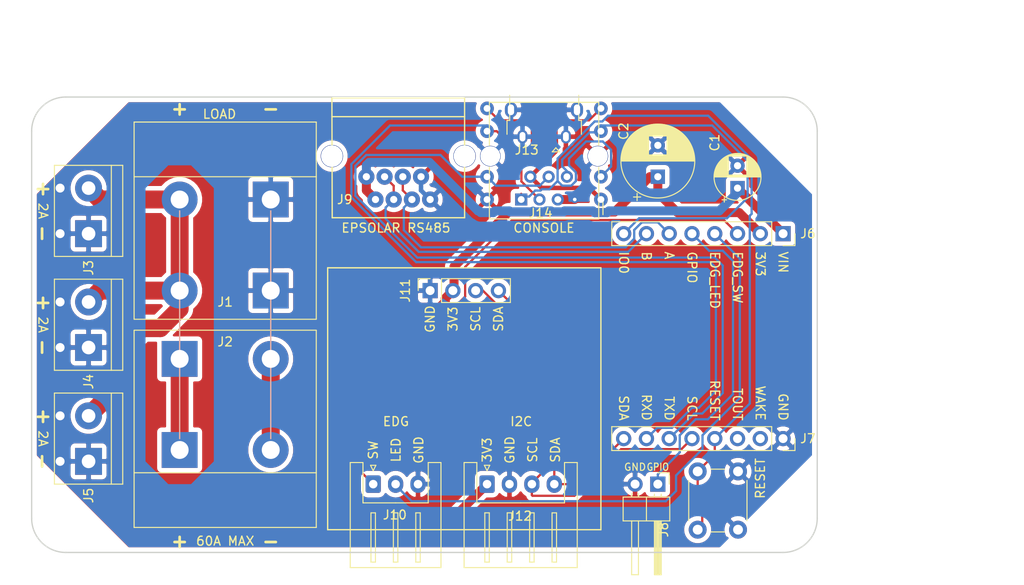
<source format=kicad_pcb>
(kicad_pcb (version 20171130) (host pcbnew 5.1.0)
  (layers (0 F.Cu signal) (31 B.Cu signal) (34 B.Paste user) (35 F.Paste user) (36 B.SilkS user) (37 F.SilkS user) (38 B.Mask user) (39 F.Mask user) (44 Edge.Cuts user))
  (net 0 "")
  (net 1 "Net-(J2-Pad2)")
  (net 2 "Net-(J2-Pad1)")
  (net 3 GND)
  (net 4 /LOADPLUS)
  (net 5 /VIN)
  (net 6 /3V3)
  (net 7 /EDG_SW)
  (net 8 /EDG_LED)
  (net 9 /SDA)
  (net 10 /SCL)
  (net 11 /RESET)
  (net 12 /IO0)
  (net 13 /RXD)
  (net 14 /TXD)
  (net 15 /VBUS)
  (net 16 /D+)
  (net 17 /D-)
  (net 18 /GPIO)
  (net 19 /B)
  (net 20 /A)
  (module lib:RJ45 (layer F.Cu) (at 159.004 93.98 180)
    (fp_text reference J9 (at 5.969 -2.54 180) (layer F.SilkS))
    (fp_text value RJ45)
    (pad 1 thru_hole circle (at 3.556 0 180) (size 1.8 1.8) (drill 0.8) (layers *.Cu *.Mask) (net 5 /VIN))
    (pad 2 thru_hole circle (at 2.54 -2.54 180) (size 1.8 1.8) (drill 0.8) (layers *.Cu *.Mask) (net 5 /VIN))
    (pad 3 thru_hole circle (at 1.524 0 180) (size 1.8 1.8) (drill 0.8) (layers *.Cu *.Mask) (net 19 /B))
    (pad 4 thru_hole circle (at 0.508 -2.54 180) (size 1.8 1.8) (drill 0.8) (layers *.Cu *.Mask) (net 19 /B))
    (pad 5 thru_hole circle (at -0.508 0 180) (size 1.8 1.8) (drill 0.8) (layers *.Cu *.Mask) (net 20 /A))
    (pad 6 thru_hole circle (at -1.524 -2.54 180) (size 1.8 1.8) (drill 0.8) (layers *.Cu *.Mask) (net 20 /A))
    (pad 7 thru_hole circle (at -2.54 0 180) (size 1.8 1.8) (drill 0.8) (layers *.Cu *.Mask) (net 3 GND))
    (pad 8 thru_hole circle (at -3.556 -2.54 180) (size 1.8 1.8) (drill 0.8) (layers *.Cu *.Mask) (net 3 GND))
    (pad "" np_thru_hole circle (at -7.4 2.3 180) (size 2.5 2.5) (drill 2.4) (layers *.Cu *.Mask))
    (pad "" np_thru_hole circle (at 7.4 2.3 180) (size 2.5 2.5) (drill 2.4) (layers *.Cu *.Mask))
  )
  (module lib:usbserial (layer F.Cu) (at 172.72 96.52 180)
    (fp_text reference J14 (at -2.159 -1.524 180) (layer F.SilkS))
    (fp_text value USBSERIAL)
    (pad 6 thru_hole circle (at -5.1 2.54 180) (size 1.35 1.35) (drill 0.76) (layers *.Cu *.Mask) (net 12 /IO0))
    (pad 5 thru_hole circle (at -8.55 4.84 180) (size 2.3 2.3) (drill 2.2) (layers *.Cu *.Mask) (net 3 GND))
    (pad 5 thru_hole circle (at -4.08 0 180) (size 1.35 1.35) (drill 0.76) (layers *.Cu *.Mask) (net 3 GND))
    (pad 4 thru_hole circle (at -3.06 2.54 180) (size 1.35 1.35) (drill 0.76) (layers *.Cu *.Mask) (net 14 /TXD))
    (pad 3 thru_hole circle (at -2.04 0 180) (size 1.35 1.35) (drill 0.76) (layers *.Cu *.Mask) (net 13 /RXD))
    (pad 2 thru_hole circle (at -1.02 2.54 180) (size 1.35 1.35) (drill 0.76) (layers *.Cu *.Mask) (net 15 /VBUS))
    (pad 1 thru_hole rect (at 0 0 180) (size 1.35 1.35) (drill 0.76) (layers *.Cu *.Mask) (net 11 /RESET))
    (pad 5 thru_hole circle (at 3.45 4.84 180) (size 2.3 2.3) (drill 2.2) (layers *.Cu *.Mask) (net 3 GND))
    (pad 7 thru_hole circle (at 3.81 10.16 180) (size 1.524 1.524) (drill 0.762) (layers *.Cu *.Mask) (net 16 /D+))
    (pad 3 thru_hole circle (at 3.81 7.62 180) (size 1.524 1.524) (drill 0.762) (layers *.Cu *.Mask) (net 13 /RXD))
    (pad 4 thru_hole circle (at 3.81 2.54 180) (size 1.524 1.524) (drill 0.762) (layers *.Cu *.Mask) (net 14 /TXD))
    (pad 5 thru_hole circle (at 3.81 0 180) (size 1.524 1.524) (drill 0.762) (layers *.Cu *.Mask) (net 3 GND))
    (pad 2 thru_hole circle (at -8.89 0 180) (size 1.524 1.524) (drill 0.762) (layers *.Cu *.Mask) (net 15 /VBUS))
    (pad 1 thru_hole circle (at -8.89 2.54 180) (size 1.524 1.524) (drill 0.762) (layers *.Cu *.Mask) (net 11 /RESET))
    (pad 6 thru_hole circle (at -8.89 7.62 180) (size 1.524 1.524) (drill 0.762) (layers *.Cu *.Mask) (net 12 /IO0))
    (pad 8 thru_hole circle (at -8.89 10.16 180) (size 1.524 1.524) (drill 0.762) (layers *.Cu *.Mask) (net 17 /D-))
  )
  (module lib:USB_Micro-B_Horizontal (layer F.Cu) (at 175.26 87.63 180)
    (fp_text reference J13 (at 1.925 -3.365 180) (layer F.SilkS))
    (fp_text value USB_B_Micro)
    (pad 6 thru_hole oval (at 3.683 1.115 270) (size 1.7 1.35) (drill oval 1.2 0.7) (layers *.Cu *.Mask) (net 3 GND))
    (pad 6 thru_hole oval (at -3.683 1.115 270) (size 1.7 1.35) (drill oval 1.2 0.7) (layers *.Cu *.Mask) (net 3 GND))
    (pad 6 thru_hole oval (at 2.395 -1.885 270) (size 1.5 1.1) (drill oval 1.05 0.65) (layers *.Cu *.Mask) (net 3 GND))
    (pad 6 thru_hole oval (at -2.445 -1.885 270) (size 1.5 1.1) (drill oval 1.05 0.65) (layers *.Cu *.Mask) (net 3 GND))
    (pad 5 smd rect (at 1.275 -1.905 270) (size 1.85 0.4) (layers F.Cu F.Paste F.Mask) (net 3 GND))
    (pad 4 smd rect (at 0.625 -1.905 270) (size 1.85 0.4) (layers F.Cu F.Paste F.Mask))
    (pad 3 smd rect (at -0.025 -1.905 270) (size 1.85 0.4) (layers F.Cu F.Paste F.Mask) (net 16 /D+))
    (pad 2 smd rect (at -0.675 -1.905 270) (size 1.85 0.4) (layers F.Cu F.Paste F.Mask) (net 17 /D-))
    (pad 1 smd rect (at -1.325 -1.905 270) (size 1.85 0.4) (layers F.Cu F.Paste F.Mask) (net 15 /VBUS))
  )
  (module MountingHole:MountingHole_3mm (layer F.Cu) (at 121.92 132.08)
    (fp_text reference REF** hide)
    (fp_text value MountingHole_3mm)
    (pad 1 np_thru_hole circle (at 0 0) (size 3 3) (drill 3) (layers *.Cu *.Mask))
  )
  (module MountingHole:MountingHole_3mm (layer F.Cu) (at 121.92 88.9)
    (fp_text reference REF** hide)
    (fp_text value MountingHole_3mm)
    (pad 1 np_thru_hole circle (at 0 0) (size 3 3) (drill 3) (layers *.Cu *.Mask))
  )
  (module MountingHole:MountingHole_3mm (layer F.Cu) (at 201.93 132.08)
    (fp_text reference REF** hide)
    (fp_text value MountingHole_3mm)
    (pad 1 np_thru_hole circle (at 0 0) (size 3 3) (drill 3) (layers *.Cu *.Mask))
  )
  (module MountingHole:MountingHole_3mm (layer F.Cu) (at 201.93 88.9)
    (fp_text reference REF** hide)
    (fp_text value MountingHole_3mm)
    (pad 1 np_thru_hole circle (at 0 0) (size 3 3) (drill 3) (layers *.Cu *.Mask))
  )
  (module lib:TerminalBlock_P10.16mm (layer F.Cu) (at 144.78 96.52 180)
    (fp_text reference J1 (at 5.08 -11.43 180) (layer F.SilkS))
    (fp_text value Conn_01x02)
    (pad 2 thru_hole circle (at 10.16 0 180) (size 4 4) (drill 2) (layers *.Cu *.Mask) (net 4 /LOADPLUS))
    (pad 1 thru_hole rect (at 0 0 180) (size 4 4) (drill 2) (layers *.Cu *.Mask) (net 3 GND))
    (pad 1 thru_hole rect (at 0 -10.16 180) (size 4 4) (drill 2) (layers *.Cu *.Mask) (net 3 GND))
    (pad 2 thru_hole circle (at 10.16 -10.16 180) (size 4 4) (drill 2) (layers *.Cu *.Mask) (net 4 /LOADPLUS))
  )
  (module lib:TerminalBlock_P10.16mm (layer F.Cu) (at 134.62 124.46)
    (fp_text reference J2 (at 5.08 -12.065) (layer F.SilkS))
    (fp_text value Conn_01x02)
    (pad 2 thru_hole circle (at 10.16 -10.16) (size 4 4) (drill 2) (layers *.Cu *.Mask) (net 1 "Net-(J2-Pad2)"))
    (pad 1 thru_hole rect (at 0 -10.16) (size 4 4) (drill 2) (layers *.Cu *.Mask) (net 2 "Net-(J2-Pad1)"))
    (pad 1 thru_hole rect (at 0 0) (size 4 4) (drill 2) (layers *.Cu *.Mask) (net 2 "Net-(J2-Pad1)"))
    (pad 2 thru_hole circle (at 10.16 0) (size 4 4) (drill 2) (layers *.Cu *.Mask) (net 1 "Net-(J2-Pad2)"))
  )
  (module Connector_PinSocket_2.54mm:PinSocket_1x08_P2.54mm_Vertical (layer F.Cu) (at 201.93 100.33 270)
    (fp_text reference J6 (at 0 -2.77 180) (layer F.SilkS))
    (fp_text value Conn_01x08)
    (pad 1 thru_hole rect (at 0 0 270) (size 1.7 1.7) (drill 1) (layers *.Cu *.Mask) (net 5 /VIN))
    (pad 2 thru_hole oval (at 0 2.54 270) (size 1.7 1.7) (drill 1) (layers *.Cu *.Mask) (net 6 /3V3))
    (pad 3 thru_hole oval (at 0 5.08 270) (size 1.7 1.7) (drill 1) (layers *.Cu *.Mask) (net 7 /EDG_SW))
    (pad 4 thru_hole oval (at 0 7.62 270) (size 1.7 1.7) (drill 1) (layers *.Cu *.Mask) (net 8 /EDG_LED))
    (pad 5 thru_hole oval (at 0 10.16 270) (size 1.7 1.7) (drill 1) (layers *.Cu *.Mask) (net 18 /GPIO))
    (pad 6 thru_hole oval (at 0 12.7 270) (size 1.7 1.7) (drill 1) (layers *.Cu *.Mask) (net 20 /A))
    (pad 7 thru_hole oval (at 0 15.24 270) (size 1.7 1.7) (drill 1) (layers *.Cu *.Mask) (net 19 /B))
    (pad 8 thru_hole oval (at 0 17.78 270) (size 1.7 1.7) (drill 1) (layers *.Cu *.Mask) (net 12 /IO0))
  )
  (module Connector_PinSocket_2.54mm:PinSocket_1x08_P2.54mm_Vertical (layer F.Cu) (at 201.93 123.19 270)
    (fp_text reference J7 (at 0 -2.77) (layer F.SilkS))
    (fp_text value Conn_01x08)
    (pad 8 thru_hole oval (at 0 17.78 270) (size 1.7 1.7) (drill 1) (layers *.Cu *.Mask) (net 9 /SDA))
    (pad 7 thru_hole oval (at 0 15.24 270) (size 1.7 1.7) (drill 1) (layers *.Cu *.Mask) (net 13 /RXD))
    (pad 6 thru_hole oval (at 0 12.7 270) (size 1.7 1.7) (drill 1) (layers *.Cu *.Mask) (net 14 /TXD))
    (pad 5 thru_hole oval (at 0 10.16 270) (size 1.7 1.7) (drill 1) (layers *.Cu *.Mask) (net 10 /SCL))
    (pad 4 thru_hole oval (at 0 7.62 270) (size 1.7 1.7) (drill 1) (layers *.Cu *.Mask) (net 11 /RESET))
    (pad 3 thru_hole oval (at 0 5.08 270) (size 1.7 1.7) (drill 1) (layers *.Cu *.Mask))
    (pad 2 thru_hole oval (at 0 2.54 270) (size 1.7 1.7) (drill 1) (layers *.Cu *.Mask))
    (pad 1 thru_hole circle (at 0 0 270) (size 1.7 1.7) (drill 1) (layers *.Cu *.Mask) (net 3 GND))
  )
  (module TerminalBlock:TerminalBlock_bornier-2_P5.08mm (layer F.Cu) (at 124.46 100.33 90)
    (fp_text reference J3 (at -3.81 0 90) (layer F.SilkS))
    (fp_text value Conn_01x02)
    (pad 1 thru_hole rect (at 0 0 90) (size 3 3) (drill 1.52) (layers *.Cu *.Mask) (net 3 GND))
    (pad 2 thru_hole circle (at 5.08 0 90) (size 3 3) (drill 1.52) (layers *.Cu *.Mask) (net 4 /LOADPLUS))
  )
  (module TerminalBlock:TerminalBlock_bornier-2_P5.08mm (layer F.Cu) (at 124.46 113.03 90)
    (fp_text reference J4 (at -3.81 0 90) (layer F.SilkS))
    (fp_text value Conn_01x02)
    (pad 2 thru_hole circle (at 5.08 0 90) (size 3 3) (drill 1.52) (layers *.Cu *.Mask) (net 4 /LOADPLUS))
    (pad 1 thru_hole rect (at 0 0 90) (size 3 3) (drill 1.52) (layers *.Cu *.Mask) (net 3 GND))
  )
  (module TerminalBlock:TerminalBlock_bornier-2_P5.08mm (layer F.Cu) (at 124.46 125.73 90)
    (fp_text reference J5 (at -3.81 0 90) (layer F.SilkS))
    (fp_text value Conn_01x02)
    (pad 1 thru_hole rect (at 0 0 90) (size 3 3) (drill 1.52) (layers *.Cu *.Mask) (net 3 GND))
    (pad 2 thru_hole circle (at 5.08 0 90) (size 3 3) (drill 1.52) (layers *.Cu *.Mask) (net 4 /LOADPLUS))
  )
  (module Capacitor_THT:CP_Radial_D5.0mm_P2.50mm (layer F.Cu) (at 196.85 95.25 90)
    (fp_text reference C1 (at 5.08 -2.54 90) (layer F.SilkS))
    (fp_text value 100uF)
    (pad 1 thru_hole rect (at 0 0 90) (size 1.6 1.6) (drill 0.8) (layers *.Cu *.Mask) (net 5 /VIN))
    (pad 2 thru_hole circle (at 2.5 0 90) (size 1.6 1.6) (drill 0.8) (layers *.Cu *.Mask) (net 3 GND))
  )
  (module Capacitor_THT:CP_Radial_D8.0mm_P3.50mm (layer F.Cu) (at 187.96 93.98 90)
    (fp_text reference C2 (at 5.08 -3.81 90) (layer F.SilkS))
    (fp_text value 1000uF)
    (pad 1 thru_hole rect (at 0 0 90) (size 1.6 1.6) (drill 0.8) (layers *.Cu *.Mask) (net 6 /3V3))
    (pad 2 thru_hole circle (at 3.5 0 90) (size 1.6 1.6) (drill 0.8) (layers *.Cu *.Mask) (net 3 GND))
  )
  (module Connector_PinSocket_2.54mm:PinSocket_1x04_P2.54mm_Vertical (layer F.Cu) (at 162.56 106.68 90)
    (fp_text reference J11 (at 0 -2.77 90) (layer F.SilkS))
    (fp_text value DISPLAY)
    (pad 1 thru_hole rect (at 0 0 90) (size 1.7 1.7) (drill 1) (layers *.Cu *.Mask) (net 3 GND))
    (pad 2 thru_hole oval (at 0 2.54 90) (size 1.7 1.7) (drill 1) (layers *.Cu *.Mask) (net 6 /3V3))
    (pad 3 thru_hole oval (at 0 5.08 90) (size 1.7 1.7) (drill 1) (layers *.Cu *.Mask) (net 10 /SCL))
    (pad 4 thru_hole oval (at 0 7.62 90) (size 1.7 1.7) (drill 1) (layers *.Cu *.Mask) (net 9 /SDA))
  )
  (module Button_Switch_THT:SW_PUSH_6mm (layer F.Cu) (at 192.405 133.35 90)
    (fp_text reference SW1 hide)
    (fp_text value SW_Push)
    (pad 2 thru_hole circle (at 0 4.5 180) (size 2 2) (drill 1.1) (layers *.Cu *.Mask) (net 3 GND))
    (pad 1 thru_hole circle (at 0 0 180) (size 2 2) (drill 1.1) (layers *.Cu *.Mask) (net 11 /RESET))
    (pad 2 thru_hole circle (at 6.5 4.5 180) (size 2 2) (drill 1.1) (layers *.Cu *.Mask) (net 3 GND))
    (pad 1 thru_hole circle (at 6.5 0 180) (size 2 2) (drill 1.1) (layers *.Cu *.Mask) (net 11 /RESET))
  )
  (module Connector_JST:JST_XH_S3B-XH-A_1x03_P2.50mm_Horizontal (layer F.Cu) (at 156.21 128.27)
    (fp_text reference J10 (at 2.413 3.429) (layer F.SilkS))
    (fp_text value EDG)
    (pad 1 thru_hole roundrect (at 0 0) (size 1.7 1.95) (drill 0.95) (layers *.Cu *.Mask) (roundrect_rratio 0.147059) (net 7 /EDG_SW))
    (pad 2 thru_hole oval (at 2.5 0) (size 1.7 1.95) (drill 0.95) (layers *.Cu *.Mask) (net 8 /EDG_LED))
    (pad 3 thru_hole oval (at 5 0) (size 1.7 1.95) (drill 0.95) (layers *.Cu *.Mask) (net 3 GND))
  )
  (module Connector_JST:JST_XH_S4B-XH-A_1x04_P2.50mm_Horizontal (layer F.Cu) (at 168.91 128.27)
    (fp_text reference J12 (at 3.683 3.556) (layer F.SilkS))
    (fp_text value I2C)
    (pad 1 thru_hole roundrect (at 0 0) (size 1.7 1.95) (drill 0.95) (layers *.Cu *.Mask) (roundrect_rratio 0.147059) (net 6 /3V3))
    (pad 2 thru_hole oval (at 2.5 0) (size 1.7 1.95) (drill 0.95) (layers *.Cu *.Mask) (net 3 GND))
    (pad 3 thru_hole oval (at 5 0) (size 1.7 1.95) (drill 0.95) (layers *.Cu *.Mask) (net 10 /SCL))
    (pad 4 thru_hole oval (at 7.5 0) (size 1.7 1.95) (drill 0.95) (layers *.Cu *.Mask) (net 9 /SDA))
  )
  (module Connector_PinHeader_2.54mm:PinHeader_1x02_P2.54mm_Horizontal (layer F.Cu) (at 187.96 128.27 270)
    (fp_text reference J8 (at 5.08 -0.635 270) (layer F.SilkS))
    (fp_text value Conn_01x02)
    (pad 1 thru_hole rect (at 0 0 270) (size 1.7 1.7) (drill 1) (layers *.Cu *.Mask) (net 18 /GPIO))
    (pad 2 thru_hole oval (at 0 2.54 270) (size 1.7 1.7) (drill 1) (layers *.Cu *.Mask) (net 3 GND))
  )
  (module lib:tactile_switch_smd_4x3mm_2p (layer F.Cu) (at 194.945 130.175)
    (fp_text reference SW2 hide)
    (fp_text value SW_Push)
    (pad 1 smd rect (at -2.032 0) (size 2 2) (layers F.Cu F.Paste F.Mask) (net 11 /RESET))
    (pad 2 smd rect (at 1.905 0) (size 2 2) (layers F.Cu F.Paste F.Mask) (net 3 GND))
  )
  (gr_text "EPSOLAR RS485" (at 158.75 99.695) (layer F.SilkS) (effects (font (size 1 1))))
  (gr_text CONSOLE (at 175.26 99.695) (layer F.SilkS) (effects (font (size 1 1))))
  (gr_text TOUT (at 196.85 121.285 270) (layer F.SilkS) (effects (font (size 1 1)) (justify right)))
  (gr_text WAKE (at 199.39 121.285 270) (layer F.SilkS) (effects (font (size 1 1)) (justify right)))
  (gr_text SDA (at 184.15 121.285 270) (layer F.SilkS) (effects (font (size 1 1)) (justify right)))
  (gr_text RXD (at 186.69 121.285 270) (layer F.SilkS) (effects (font (size 1 1)) (justify right)))
  (gr_text TXD (at 189.23 121.285 270) (layer F.SilkS) (effects (font (size 1 1)) (justify right)))
  (gr_text SCL (at 191.77 121.285 270) (layer F.SilkS) (effects (font (size 1 1)) (justify right)))
  (gr_text RESET (at 194.31 121.285 270) (layer F.SilkS) (effects (font (size 1 1)) (justify right)))
  (gr_text IO0 (at 184.15 102.235 270) (layer F.SilkS) (effects (font (size 1 1)) (justify left)))
  (gr_text B (at 186.69 102.235 270) (layer F.SilkS) (effects (font (size 1 1)) (justify left)))
  (gr_text A (at 189.23 102.235 270) (layer F.SilkS) (effects (font (size 1 1)) (justify left)))
  (gr_text GPIO (at 191.77 102.235 270) (layer F.SilkS) (effects (font (size 1 1)) (justify left)))
  (gr_text EDG_LED (at 194.31 102.235 -90) (layer F.SilkS) (effects (font (size 1 1)) (justify left)))
  (gr_text EDG_SW (at 196.85 102.235 -90) (layer F.SilkS) (effects (font (size 1 1)) (justify left)))
  (gr_text VIN (at 201.93 102.235 270) (layer F.SilkS) (effects (font (size 1 1)) (justify left)))
  (gr_text GND (at 201.93 121.285 270) (layer F.SilkS) (effects (font (size 1 1)) (justify right)))
  (gr_text 3V3 (at 199.39 102.235 270) (layer F.SilkS) (effects (font (size 1 1)) (justify left)))
  (gr_text RESET (at 199.39 127.635 90) (layer F.SilkS) (effects (font (size 1 1))))
  (gr_text SDA (at 170.18 109.855 90) (layer F.SilkS) (effects (font (size 1 1))))
  (gr_text SCL (at 167.64 109.855 90) (layer F.SilkS) (effects (font (size 1 1))))
  (gr_text 3V3 (at 165.1 109.855 90) (layer F.SilkS) (effects (font (size 1 1))))
  (gr_text GND (at 162.56 109.855 90) (layer F.SilkS) (effects (font (size 1 1))))
  (gr_text SW (at 156.21 124.46 90) (layer F.SilkS) (effects (font (size 1 1))))
  (gr_text LED (at 158.75 124.46 90) (layer F.SilkS) (effects (font (size 1 1))))
  (gr_text GND (at 161.29 124.46 90) (layer F.SilkS) (effects (font (size 1 1))))
  (gr_text EDG (at 158.75 121.285) (layer F.SilkS) (effects (font (size 1 1))))
  (gr_text I2C (at 172.72 121.285) (layer F.SilkS) (effects (font (size 1 1))))
  (gr_text SDA (at 176.53 124.46 90) (layer F.SilkS) (effects (font (size 1 1))))
  (gr_text SCL (at 173.99 124.46 90) (layer F.SilkS) (effects (font (size 1 1))))
  (gr_text GND (at 171.45 124.46 90) (layer F.SilkS) (effects (font (size 1 1))))
  (gr_text 3V3 (at 168.91 124.46 90) (layer F.SilkS) (effects (font (size 1 1))))
  (gr_text GND (at 185.42 126.365) (layer F.SilkS) (effects (font (size 0.8 0.8) (thickness 0.12))))
  (gr_text GPIO (at 187.96 126.365) (layer F.SilkS) (effects (font (size 0.8 0.7) (thickness 0.12))))
  (gr_line (start 144.78 97.79) (end 144.78 123.19) (layer B.SilkS) (width 0.15))
  (gr_line (start 134.62 97.79) (end 134.62 123.19) (layer B.SilkS) (width 0.15))
  (gr_text "60A MAX" (at 139.7 134.62) (layer F.SilkS) (effects (font (size 1 1))))
  (gr_text LOAD (at 139.065 86.995) (layer F.SilkS) (effects (font (size 1 1))))
  (gr_text 2A (at 119.38 123.19 -90) (layer F.SilkS) (effects (font (size 1 1))))
  (gr_text 2A (at 119.38 110.49 -90) (layer F.SilkS) (effects (font (size 1 1))))
  (gr_text 2A (at 119.38 97.79 -90) (layer F.SilkS) (effects (font (size 1 1))))
  (gr_line (start 151.13 133.35) (end 151.13 104.14) (layer F.SilkS) (width 0.15))
  (gr_line (start 181.61 133.35) (end 151.13 133.35) (layer F.SilkS) (width 0.15))
  (gr_line (start 181.61 104.14) (end 181.61 133.35) (layer F.SilkS) (width 0.15))
  (gr_line (start 151.13 104.14) (end 181.61 104.14) (layer F.SilkS) (width 0.15))
  (gr_text - (at 119.38 125.73 -90) (layer F.SilkS) (effects (font (size 1.5 1.5) (thickness 0.3))))
  (gr_text + (at 119.38 120.65) (layer F.SilkS) (effects (font (size 1.5 1.5) (thickness 0.3))))
  (gr_arc (start 201.93 88.9) (end 205.74 88.9) (angle -90) (layer Edge.Cuts) (width 0.15))
  (gr_arc (start 201.93 132.08) (end 201.93 135.89) (angle -90) (layer Edge.Cuts) (width 0.15))
  (gr_arc (start 121.92 132.08) (end 118.11 132.08) (angle -90) (layer Edge.Cuts) (width 0.15))
  (gr_arc (start 121.92 88.9) (end 121.92 85.09) (angle -90) (layer Edge.Cuts) (width 0.15))
  (gr_text - (at 119.38 113.03 -90) (layer F.SilkS) (effects (font (size 1.5 1.5) (thickness 0.3))))
  (gr_text - (at 144.78 134.62) (layer F.SilkS) (effects (font (size 1.5 1.5) (thickness 0.3))))
  (gr_text + (at 119.38 95.25) (layer F.SilkS) (effects (font (size 1.5 1.5) (thickness 0.3))))
  (gr_text + (at 134.62 134.62) (layer F.SilkS) (effects (font (size 1.5 1.5) (thickness 0.3))))
  (gr_text - (at 144.78 86.36) (layer F.SilkS) (effects (font (size 1.5 1.5) (thickness 0.3))))
  (gr_text + (at 134.62 86.36) (layer F.SilkS) (effects (font (size 1.5 1.5) (thickness 0.3))))
  (gr_text + (at 119.38 107.95) (layer F.SilkS) (effects (font (size 1.5 1.5) (thickness 0.3))))
  (gr_text - (at 119.38 100.33 -90) (layer F.SilkS) (effects (font (size 1.5 1.5) (thickness 0.3))))
  (gr_line (start 118.11 132.08) (end 118.11 88.9) (layer Edge.Cuts) (width 0.15))
  (gr_line (start 201.93 135.89) (end 121.92 135.89) (layer Edge.Cuts) (width 0.15))
  (gr_line (start 205.74 88.9) (end 205.74 132.08) (layer Edge.Cuts) (width 0.15))
  (gr_line (start 121.92 85.09) (end 201.93 85.09) (layer Edge.Cuts) (width 0.15))
  (segment (start 144.78 114.3) (end 144.78 124.46) (width 2) (layer F.Cu) (net 1))
  (segment (start 134.62 114.3) (end 134.62 124.46) (width 2) (layer F.Cu) (net 2))
  (via (at 121.285 95.25) (size 1.2) (drill 1) (layers F.Cu B.Cu) (net 3))
  (via (at 121.285 100.33) (size 1.2) (drill 1) (layers F.Cu B.Cu) (net 3))
  (via (at 121.285 107.95) (size 1.2) (drill 1) (layers F.Cu B.Cu) (net 3))
  (via (at 121.285 113.03) (size 1.2) (drill 1) (layers F.Cu B.Cu) (net 3))
  (via (at 121.285 120.65) (size 1.2) (drill 1) (layers F.Cu B.Cu) (net 3))
  (via (at 121.285 125.73) (size 1.2) (drill 1) (layers F.Cu B.Cu) (net 3))
  (segment (start 161.544 95.504) (end 162.56 96.52) (width 0.5) (layer B.Cu) (net 3))
  (segment (start 161.544 93.98) (end 161.544 95.504) (width 0.5) (layer B.Cu) (net 3))
  (segment (start 173.965 89.515) (end 173.985 89.535) (width 0.5) (layer F.Cu) (net 3))
  (segment (start 172.865 89.515) (end 173.965 89.515) (width 0.5) (layer F.Cu) (net 3))
  (via (at 178.689 96.52) (size 0.8) (drill 0.4) (layers F.Cu B.Cu) (net 3))
  (segment (start 176.8 96.52) (end 178.689 96.52) (width 1) (layer F.Cu) (net 3))
  (segment (start 125.73 106.68) (end 124.46 107.95) (width 2) (layer F.Cu) (net 4))
  (segment (start 134.62 106.68) (end 125.73 106.68) (width 2) (layer F.Cu) (net 4))
  (segment (start 128.905 116.205) (end 124.46 120.65) (width 2) (layer F.Cu) (net 4))
  (segment (start 128.905 112.395) (end 128.905 116.205) (width 2) (layer F.Cu) (net 4))
  (segment (start 134.62 106.68) (end 134.62 108.712) (width 2) (layer F.Cu) (net 4))
  (segment (start 134.62 108.712) (end 132.461 110.871) (width 2) (layer F.Cu) (net 4))
  (segment (start 130.429 110.871) (end 128.905 112.395) (width 2) (layer F.Cu) (net 4))
  (segment (start 132.461 110.871) (end 130.429 110.871) (width 2) (layer F.Cu) (net 4))
  (segment (start 134.62 96.52) (end 134.62 106.68) (width 2) (layer F.Cu) (net 4))
  (segment (start 134.62 96.52) (end 125.73 96.52) (width 2) (layer F.Cu) (net 4))
  (segment (start 125.73 96.52) (end 124.46 95.25) (width 2) (layer F.Cu) (net 4))
  (segment (start 196.85 95.25) (end 201.93 100.33) (width 1) (layer F.Cu) (net 5))
  (segment (start 155.448 95.504) (end 156.464 96.52) (width 1) (layer F.Cu) (net 5))
  (segment (start 155.448 93.98) (end 155.448 95.504) (width 1) (layer F.Cu) (net 5))
  (segment (start 155.775209 92.379999) (end 155.448 92.707208) (width 1) (layer B.Cu) (net 5))
  (segment (start 155.448 92.707208) (end 155.448 93.98) (width 1) (layer B.Cu) (net 5))
  (segment (start 167.894 97.79) (end 162.483999 92.379999) (width 1) (layer B.Cu) (net 5))
  (segment (start 168.016238 97.79) (end 167.894 97.79) (width 1) (layer B.Cu) (net 5))
  (segment (start 168.208239 97.982001) (end 168.016238 97.79) (width 1) (layer B.Cu) (net 5))
  (segment (start 171.379998 97.79) (end 169.803762 97.79) (width 1) (layer B.Cu) (net 5))
  (segment (start 171.484999 97.895001) (end 171.379998 97.79) (width 1) (layer B.Cu) (net 5))
  (segment (start 180.908239 97.982001) (end 180.716238 97.79) (width 1) (layer B.Cu) (net 5))
  (segment (start 169.611761 97.982001) (end 168.208239 97.982001) (width 1) (layer B.Cu) (net 5))
  (segment (start 182.311761 97.982001) (end 180.908239 97.982001) (width 1) (layer B.Cu) (net 5))
  (segment (start 175.525002 97.79) (end 175.420001 97.895001) (width 1) (layer B.Cu) (net 5))
  (segment (start 194.818 97.79) (end 182.503762 97.79) (width 1) (layer B.Cu) (net 5))
  (segment (start 182.503762 97.79) (end 182.311761 97.982001) (width 1) (layer B.Cu) (net 5))
  (segment (start 196.85 95.25) (end 196.85 95.758) (width 1) (layer B.Cu) (net 5))
  (segment (start 196.85 95.758) (end 194.818 97.79) (width 1) (layer B.Cu) (net 5))
  (segment (start 176.139999 97.895001) (end 176.034998 97.79) (width 1) (layer B.Cu) (net 5))
  (segment (start 169.803762 97.79) (end 169.611761 97.982001) (width 1) (layer B.Cu) (net 5))
  (segment (start 180.716238 97.79) (end 177.565002 97.79) (width 1) (layer B.Cu) (net 5))
  (segment (start 177.565002 97.79) (end 177.460001 97.895001) (width 1) (layer B.Cu) (net 5))
  (segment (start 176.034998 97.79) (end 175.525002 97.79) (width 1) (layer B.Cu) (net 5))
  (segment (start 162.483999 92.379999) (end 155.775209 92.379999) (width 1) (layer B.Cu) (net 5))
  (segment (start 175.420001 97.895001) (end 174.099999 97.895001) (width 1) (layer B.Cu) (net 5))
  (segment (start 177.460001 97.895001) (end 176.139999 97.895001) (width 1) (layer B.Cu) (net 5))
  (segment (start 174.099999 97.895001) (end 174.0275 97.822502) (width 1) (layer B.Cu) (net 5))
  (segment (start 174.0275 97.822502) (end 173.955001 97.895001) (width 1) (layer B.Cu) (net 5))
  (segment (start 173.955001 97.895001) (end 171.484999 97.895001) (width 1) (layer B.Cu) (net 5))
  (segment (start 164.250001 107.529999) (end 164.250001 107.910999) (width 1) (layer F.Cu) (net 6))
  (segment (start 165.1 106.68) (end 164.250001 107.529999) (width 1) (layer F.Cu) (net 6))
  (segment (start 164.250001 107.910999) (end 152.654 119.507) (width 1) (layer F.Cu) (net 6))
  (segment (start 152.654 119.507) (end 152.654 130.175) (width 1) (layer F.Cu) (net 6))
  (segment (start 152.654 130.175) (end 154.432 131.953) (width 1) (layer F.Cu) (net 6))
  (segment (start 165.227 131.953) (end 168.91 128.27) (width 1) (layer F.Cu) (net 6))
  (segment (start 154.432 131.953) (end 165.227 131.953) (width 1) (layer F.Cu) (net 6))
  (segment (start 165.227 104.013) (end 165.227 106.553) (width 1) (layer F.Cu) (net 6))
  (segment (start 165.227 106.553) (end 165.1 106.68) (width 1) (layer F.Cu) (net 6))
  (segment (start 171.324683 97.915317) (end 165.227 104.013) (width 1) (layer F.Cu) (net 6))
  (segment (start 180.841555 97.915317) (end 171.324683 97.915317) (width 1) (layer F.Cu) (net 6))
  (segment (start 187.071 93.98) (end 183.135683 97.915317) (width 1) (layer F.Cu) (net 6))
  (segment (start 187.96 93.98) (end 187.071 93.98) (width 1) (layer F.Cu) (net 6))
  (segment (start 183.135683 97.915317) (end 182.378445 97.915317) (width 1) (layer F.Cu) (net 6))
  (segment (start 182.311761 97.982001) (end 180.908239 97.982001) (width 1) (layer F.Cu) (net 6))
  (segment (start 182.378445 97.915317) (end 182.311761 97.982001) (width 1) (layer F.Cu) (net 6))
  (segment (start 180.908239 97.982001) (end 180.841555 97.915317) (width 1) (layer F.Cu) (net 6))
  (segment (start 198.540001 99.480001) (end 199.39 100.33) (width 1) (layer F.Cu) (net 6))
  (segment (start 197.042002 97.982002) (end 198.540001 99.480001) (width 1) (layer F.Cu) (net 6))
  (segment (start 190.162002 97.982002) (end 197.042002 97.982002) (width 1) (layer F.Cu) (net 6))
  (segment (start 187.96 95.78) (end 190.162002 97.982002) (width 1) (layer F.Cu) (net 6))
  (segment (start 187.96 93.98) (end 187.96 95.78) (width 1) (layer F.Cu) (net 6))
  (segment (start 153.797 125.857) (end 156.21 128.27) (width 0.25) (layer F.Cu) (net 7))
  (segment (start 195.327012 98.807012) (end 171.702988 98.807012) (width 0.25) (layer F.Cu) (net 7))
  (segment (start 171.702988 98.807012) (end 166.464999 104.045001) (width 0.25) (layer F.Cu) (net 7))
  (segment (start 196.85 100.33) (end 195.327012 98.807012) (width 0.25) (layer F.Cu) (net 7))
  (segment (start 166.464999 104.045001) (end 166.464999 107.347001) (width 0.25) (layer F.Cu) (net 7))
  (segment (start 166.464999 107.347001) (end 153.797 120.015) (width 0.25) (layer F.Cu) (net 7))
  (segment (start 153.797 120.015) (end 153.797 125.857) (width 0.25) (layer F.Cu) (net 7))
  (segment (start 194.31 100.33) (end 197.104 103.124) (width 0.25) (layer B.Cu) (net 8))
  (segment (start 192.945001 124.348997) (end 189.992 127.301998) (width 0.25) (layer B.Cu) (net 8))
  (segment (start 192.945001 122.815997) (end 192.945001 124.348997) (width 0.25) (layer B.Cu) (net 8))
  (segment (start 197.104 103.124) (end 197.104 118.656998) (width 0.25) (layer B.Cu) (net 8))
  (segment (start 197.104 118.656998) (end 192.945001 122.815997) (width 0.25) (layer B.Cu) (net 8))
  (segment (start 189.992 127.301998) (end 189.992 129.032) (width 0.25) (layer B.Cu) (net 8))
  (segment (start 189.992 129.032) (end 188.849 130.175) (width 0.25) (layer B.Cu) (net 8))
  (segment (start 158.71 128.395) (end 158.71 128.27) (width 0.25) (layer B.Cu) (net 8))
  (segment (start 160.49 130.175) (end 158.71 128.395) (width 0.25) (layer B.Cu) (net 8))
  (segment (start 188.849 130.175) (end 160.49 130.175) (width 0.25) (layer B.Cu) (net 8))
  (segment (start 176.41 112.91) (end 176.41 128.27) (width 0.25) (layer F.Cu) (net 9))
  (segment (start 170.18 106.68) (end 176.41 112.91) (width 0.25) (layer F.Cu) (net 9))
  (segment (start 179.07 128.27) (end 184.15 123.19) (width 0.25) (layer F.Cu) (net 9))
  (segment (start 176.41 128.27) (end 179.07 128.27) (width 0.25) (layer F.Cu) (net 9))
  (segment (start 190.920001 124.039999) (end 191.77 123.19) (width 0.25) (layer F.Cu) (net 10))
  (segment (start 173.91 129.495) (end 173.98501 129.57001) (width 0.25) (layer F.Cu) (net 10))
  (segment (start 173.91 128.27) (end 173.91 129.495) (width 0.25) (layer F.Cu) (net 10))
  (segment (start 173.98501 129.57001) (end 178.65899 129.57001) (width 0.25) (layer F.Cu) (net 10))
  (segment (start 178.65899 129.57001) (end 183.863999 124.365001) (width 0.25) (layer F.Cu) (net 10))
  (segment (start 183.863999 124.365001) (end 190.594999 124.365001) (width 0.25) (layer F.Cu) (net 10))
  (segment (start 190.594999 124.365001) (end 190.920001 124.039999) (width 0.25) (layer F.Cu) (net 10))
  (segment (start 173.91 128.145) (end 173.91 128.27) (width 0.25) (layer F.Cu) (net 10))
  (segment (start 175.95999 126.09501) (end 173.91 128.145) (width 0.25) (layer F.Cu) (net 10))
  (segment (start 175.95999 114.198992) (end 175.95999 126.09501) (width 0.25) (layer F.Cu) (net 10))
  (segment (start 168.440998 106.68) (end 175.95999 114.198992) (width 0.25) (layer F.Cu) (net 10))
  (segment (start 167.64 106.68) (end 168.440998 106.68) (width 0.25) (layer F.Cu) (net 10))
  (segment (start 172.72 95.885) (end 172.72 96.81) (width 0.25) (layer F.Cu) (net 11))
  (segment (start 192.405 129.667) (end 192.913 130.175) (width 0.25) (layer F.Cu) (net 11))
  (segment (start 192.405 126.85) (end 192.405 129.667) (width 0.25) (layer F.Cu) (net 11))
  (segment (start 192.913 132.842) (end 192.405 133.35) (width 0.25) (layer F.Cu) (net 11))
  (segment (start 192.913 130.175) (end 192.913 132.842) (width 0.25) (layer F.Cu) (net 11))
  (segment (start 194.31 124.945) (end 194.31 123.19) (width 0.25) (layer F.Cu) (net 11))
  (segment (start 192.405 126.85) (end 194.31 124.945) (width 0.25) (layer F.Cu) (net 11))
  (segment (start 198.214999 98.330001) (end 198.425011 98.119989) (width 0.25) (layer B.Cu) (net 11))
  (segment (start 194.31 123.19) (end 198.214999 119.285001) (width 0.25) (layer B.Cu) (net 11))
  (segment (start 198.214999 119.285001) (end 198.214999 98.330001) (width 0.25) (layer B.Cu) (net 11))
  (segment (start 198.425011 92.023599) (end 193.579411 87.177999) (width 0.25) (layer B.Cu) (net 11))
  (segment (start 193.579411 87.177999) (end 182.400763 87.177999) (width 0.25) (layer B.Cu) (net 11))
  (segment (start 198.425011 98.119989) (end 198.425011 92.023599) (width 0.25) (layer B.Cu) (net 11))
  (segment (start 182.400763 87.177999) (end 181.765763 87.812999) (width 0.25) (layer B.Cu) (net 11))
  (segment (start 181.765763 87.812999) (end 180.917591 87.812999) (width 0.25) (layer B.Cu) (net 11))
  (segment (start 176.780001 94.460001) (end 175.863002 95.377) (width 0.25) (layer B.Cu) (net 11))
  (segment (start 176.780001 91.950589) (end 176.780001 94.460001) (width 0.25) (layer B.Cu) (net 11))
  (segment (start 175.863002 95.377) (end 175.01941 95.377) (width 0.25) (layer B.Cu) (net 11))
  (segment (start 180.917591 87.812999) (end 176.780001 91.950589) (width 0.25) (layer B.Cu) (net 11))
  (segment (start 174.876411 95.519999) (end 174.279999 95.519999) (width 0.25) (layer B.Cu) (net 11))
  (segment (start 175.01941 95.377) (end 174.876411 95.519999) (width 0.25) (layer B.Cu) (net 11))
  (segment (start 173.609 96.190998) (end 173.049002 96.190998) (width 0.25) (layer B.Cu) (net 11))
  (segment (start 173.049002 96.190998) (end 172.72 96.52) (width 0.25) (layer B.Cu) (net 11))
  (segment (start 174.279999 95.519999) (end 173.609 96.190998) (width 0.25) (layer B.Cu) (net 11))
  (segment (start 181.816002 90.043) (end 179.96041 90.043) (width 0.25) (layer B.Cu) (net 11))
  (segment (start 181.61 93.98) (end 182.745001 92.844999) (width 0.25) (layer B.Cu) (net 11))
  (segment (start 182.745001 90.971999) (end 181.816002 90.043) (width 0.25) (layer B.Cu) (net 11))
  (segment (start 182.745001 92.844999) (end 182.745001 90.971999) (width 0.25) (layer B.Cu) (net 11))
  (segment (start 179.96041 90.043) (end 178.054 91.94941) (width 0.25) (layer B.Cu) (net 11))
  (segment (start 178.820001 94.460001) (end 178.300001 94.980001) (width 0.25) (layer B.Cu) (net 11))
  (segment (start 178.300001 94.980001) (end 177.300001 94.980001) (width 0.25) (layer B.Cu) (net 11))
  (segment (start 178.820001 93.499999) (end 178.820001 94.460001) (width 0.25) (layer B.Cu) (net 11))
  (segment (start 177.300001 94.980001) (end 176.780001 94.460001) (width 0.25) (layer B.Cu) (net 11))
  (segment (start 178.054 92.733998) (end 178.820001 93.499999) (width 0.25) (layer B.Cu) (net 11))
  (segment (start 178.054 91.94941) (end 178.054 92.733998) (width 0.25) (layer B.Cu) (net 11))
  (segment (start 184.999999 99.480001) (end 184.15 100.33) (width 0.25) (layer B.Cu) (net 12))
  (segment (start 195.669991 98.615011) (end 185.864989 98.615011) (width 0.25) (layer B.Cu) (net 12))
  (segment (start 185.864989 98.615011) (end 184.999999 99.480001) (width 0.25) (layer B.Cu) (net 12))
  (segment (start 197.975001 96.310001) (end 195.669991 98.615011) (width 0.25) (layer B.Cu) (net 12))
  (segment (start 197.975001 92.209999) (end 197.975001 96.310001) (width 0.25) (layer B.Cu) (net 12))
  (segment (start 181.61 88.265) (end 194.030002 88.265) (width 0.25) (layer B.Cu) (net 12))
  (segment (start 177.82 93.345) (end 177.292 92.817) (width 0.25) (layer B.Cu) (net 12))
  (segment (start 180.340001 89.026999) (end 180.848001 89.026999) (width 0.25) (layer B.Cu) (net 12))
  (segment (start 194.030002 88.265) (end 197.975001 92.209999) (width 0.25) (layer B.Cu) (net 12))
  (segment (start 177.292 92.817) (end 177.292 92.075) (width 0.25) (layer B.Cu) (net 12))
  (segment (start 177.292 92.075) (end 180.340001 89.026999) (width 0.25) (layer B.Cu) (net 12))
  (segment (start 180.848001 89.026999) (end 181.61 88.265) (width 0.25) (layer B.Cu) (net 12))
  (segment (start 191.77 119.761) (end 189.543081 121.987919) (width 0.25) (layer B.Cu) (net 13))
  (segment (start 192.532 119.761) (end 191.77 119.761) (width 0.25) (layer B.Cu) (net 13))
  (segment (start 194.437 117.856) (end 192.532 119.761) (width 0.25) (layer B.Cu) (net 13))
  (segment (start 194.437 104.14) (end 194.437 117.856) (width 0.25) (layer B.Cu) (net 13))
  (segment (start 168.91 88.265) (end 158.087058 88.265) (width 0.25) (layer B.Cu) (net 13))
  (segment (start 193.802 103.505) (end 194.437 104.14) (width 0.25) (layer B.Cu) (net 13))
  (segment (start 158.087058 88.265) (end 153.772989 92.579069) (width 0.25) (layer B.Cu) (net 13))
  (segment (start 153.772989 92.579069) (end 153.77299 96.278402) (width 0.25) (layer B.Cu) (net 13))
  (segment (start 153.77299 96.278402) (end 160.999588 103.505) (width 0.25) (layer B.Cu) (net 13))
  (segment (start 160.999588 103.505) (end 193.802 103.505) (width 0.25) (layer B.Cu) (net 13))
  (segment (start 187.892081 121.987919) (end 186.69 123.19) (width 0.25) (layer B.Cu) (net 13))
  (segment (start 189.543081 121.987919) (end 187.892081 121.987919) (width 0.25) (layer B.Cu) (net 13))
  (segment (start 172.739999 94.499999) (end 174.085001 95.845001) (width 0.25) (layer F.Cu) (net 13))
  (segment (start 172.739999 91.652369) (end 172.739999 94.499999) (width 0.25) (layer F.Cu) (net 13))
  (segment (start 174.085001 95.845001) (end 174.76 96.52) (width 0.25) (layer F.Cu) (net 13))
  (segment (start 169.98763 88.9) (end 172.739999 91.652369) (width 0.25) (layer F.Cu) (net 13))
  (segment (start 168.91 88.9) (end 169.98763 88.9) (width 0.25) (layer F.Cu) (net 13))
  (segment (start 195.199 118.11) (end 195.199 103.886) (width 0.25) (layer B.Cu) (net 14))
  (segment (start 192.024 120.396) (end 192.913 120.396) (width 0.25) (layer B.Cu) (net 14))
  (segment (start 166.139741 93.98) (end 167.83237 93.98) (width 0.25) (layer B.Cu) (net 14))
  (segment (start 195.199 103.886) (end 194.31 102.997) (width 0.25) (layer B.Cu) (net 14))
  (segment (start 167.83237 93.98) (end 168.91 93.98) (width 0.25) (layer B.Cu) (net 14))
  (segment (start 192.913 120.396) (end 195.199 118.11) (width 0.25) (layer B.Cu) (net 14))
  (segment (start 161.127998 102.997) (end 154.222999 96.092001) (width 0.25) (layer B.Cu) (net 14))
  (segment (start 154.222999 96.092001) (end 154.222999 92.765469) (width 0.25) (layer B.Cu) (net 14))
  (segment (start 155.433479 91.554988) (end 163.714729 91.554988) (width 0.25) (layer B.Cu) (net 14))
  (segment (start 194.31 102.997) (end 161.127998 102.997) (width 0.25) (layer B.Cu) (net 14))
  (segment (start 163.714729 91.554988) (end 166.139741 93.98) (width 0.25) (layer B.Cu) (net 14))
  (segment (start 189.23 123.19) (end 192.024 120.396) (width 0.25) (layer B.Cu) (net 14))
  (segment (start 154.222999 92.765469) (end 155.433479 91.554988) (width 0.25) (layer B.Cu) (net 14))
  (segment (start 169.671999 94.741999) (end 168.91 93.98) (width 0.25) (layer B.Cu) (net 14))
  (segment (start 169.910001 94.980001) (end 169.671999 94.741999) (width 0.25) (layer B.Cu) (net 14))
  (segment (start 174.779999 94.980001) (end 169.910001 94.980001) (width 0.25) (layer B.Cu) (net 14))
  (segment (start 175.78 93.98) (end 174.779999 94.980001) (width 0.25) (layer B.Cu) (net 14))
  (segment (start 176.585 91.135) (end 173.74 93.98) (width 0.5) (layer F.Cu) (net 15))
  (segment (start 176.585 89.535) (end 176.585 91.135) (width 0.5) (layer F.Cu) (net 15))
  (segment (start 180.848001 95.758001) (end 181.61 96.52) (width 0.5) (layer F.Cu) (net 15))
  (segment (start 180.318234 95.228234) (end 180.848001 95.758001) (width 0.5) (layer F.Cu) (net 15))
  (segment (start 173.74 93.98) (end 174.988234 95.228234) (width 0.5) (layer F.Cu) (net 15))
  (segment (start 174.988234 95.228234) (end 180.318234 95.228234) (width 0.5) (layer F.Cu) (net 15))
  (segment (start 169.671999 87.121999) (end 168.91 86.36) (width 0.25) (layer F.Cu) (net 16))
  (segment (start 170.24001 87.69001) (end 169.671999 87.121999) (width 0.25) (layer F.Cu) (net 16))
  (segment (start 174.61501 87.69001) (end 170.24001 87.69001) (width 0.25) (layer F.Cu) (net 16))
  (segment (start 175.285 88.36) (end 174.61501 87.69001) (width 0.25) (layer F.Cu) (net 16))
  (segment (start 175.285 89.535) (end 175.285 88.36) (width 0.25) (layer F.Cu) (net 16))
  (segment (start 180.848001 87.121999) (end 181.61 86.36) (width 0.25) (layer F.Cu) (net 17))
  (segment (start 180.27999 87.69001) (end 180.848001 87.121999) (width 0.25) (layer F.Cu) (net 17))
  (segment (start 176.719988 87.69001) (end 180.27999 87.69001) (width 0.25) (layer F.Cu) (net 17))
  (segment (start 175.935 88.474998) (end 176.719988 87.69001) (width 0.25) (layer F.Cu) (net 17))
  (segment (start 175.935 89.535) (end 175.935 88.474998) (width 0.25) (layer F.Cu) (net 17))
  (segment (start 191.77 100.33) (end 193.675 102.235) (width 0.25) (layer B.Cu) (net 18))
  (segment (start 193.675 102.235) (end 195.199 102.235) (width 0.25) (layer B.Cu) (net 18))
  (segment (start 195.199 102.235) (end 196.342 103.378) (width 0.25) (layer B.Cu) (net 18))
  (segment (start 196.342 103.378) (end 196.342 118.237) (width 0.25) (layer B.Cu) (net 18))
  (segment (start 196.342 118.237) (end 193.548 121.031) (width 0.25) (layer B.Cu) (net 18))
  (segment (start 187.96 127.17) (end 187.96 128.27) (width 0.25) (layer B.Cu) (net 18))
  (segment (start 190.405001 124.724999) (end 187.96 127.17) (width 0.25) (layer B.Cu) (net 18))
  (segment (start 190.405001 122.815997) (end 190.405001 124.724999) (width 0.25) (layer B.Cu) (net 18))
  (segment (start 192.189998 121.031) (end 190.405001 122.815997) (width 0.25) (layer B.Cu) (net 18))
  (segment (start 193.548 121.031) (end 192.189998 121.031) (width 0.25) (layer B.Cu) (net 18))
  (segment (start 158.496 94.996) (end 158.496 96.52) (width 0.25) (layer F.Cu) (net 19))
  (segment (start 157.48 93.98) (end 158.496 94.996) (width 0.25) (layer F.Cu) (net 19))
  (segment (start 157.596001 98.668001) (end 161.29 102.362) (width 0.25) (layer B.Cu) (net 19))
  (segment (start 185.840001 101.179999) (end 186.69 100.33) (width 0.25) (layer B.Cu) (net 19))
  (segment (start 184.658 102.362) (end 185.840001 101.179999) (width 0.25) (layer B.Cu) (net 19))
  (segment (start 161.29 102.362) (end 184.658 102.362) (width 0.25) (layer B.Cu) (net 19))
  (segment (start 158.496 96.52) (end 157.596001 97.419999) (width 0.25) (layer B.Cu) (net 19))
  (segment (start 157.596001 97.419999) (end 157.596001 98.668001) (width 0.25) (layer B.Cu) (net 19))
  (segment (start 159.512 95.504) (end 160.528 96.52) (width 0.25) (layer F.Cu) (net 20))
  (segment (start 159.512 93.98) (end 159.512 95.504) (width 0.25) (layer F.Cu) (net 20))
  (segment (start 159.628001 97.419999) (end 160.528 96.52) (width 0.25) (layer B.Cu) (net 20))
  (segment (start 159.628001 99.938001) (end 159.628001 97.419999) (width 0.25) (layer B.Cu) (net 20))
  (segment (start 187.965022 99.065022) (end 186.176978 99.065022) (width 0.25) (layer B.Cu) (net 20))
  (segment (start 161.544 101.854) (end 159.628001 99.938001) (width 0.25) (layer B.Cu) (net 20))
  (segment (start 189.23 100.33) (end 187.965022 99.065022) (width 0.25) (layer B.Cu) (net 20))
  (segment (start 186.176978 99.065022) (end 185.325001 99.916999) (width 0.25) (layer B.Cu) (net 20))
  (segment (start 185.325001 99.916999) (end 185.325001 100.894001) (width 0.25) (layer B.Cu) (net 20))
  (segment (start 184.365002 101.854) (end 161.544 101.854) (width 0.25) (layer B.Cu) (net 20))
  (segment (start 185.325001 100.894001) (end 184.365002 101.854) (width 0.25) (layer B.Cu) (net 20))
  (zone (net 3) (net_name GND) (layer B.Cu) (connect_pads (clearance 0.508)) (min_thickness 0.254) (fill yes (arc_segments 32) (thermal_gap 0.508) (thermal_bridge_width 0.508))
    (polygon (pts (xy 118.11 96.52) (xy 129.54 85.09) (xy 194.31 85.09) (xy 205.74 96.52) (xy 205.74 124.46) (xy 194.31 135.89) (xy 129.54 135.89) (xy 118.11 124.46)))
  )
  (zone (net 0) (net_name "") (layer B.Cu) (connect_pads (clearance 0.508)) (min_thickness 0.254)
    (keepout (tracks allowed) (vias allowed) (copperpour not_allowed))
    (fill (arc_segments 32) (thermal_gap 0.508) (thermal_bridge_width 0.508))
    (polygon (pts (xy 133.35 92.71) (xy 130.81 95.25) (xy 130.81 125.73) (xy 133.35 128.27) (xy 135.89 128.27) (xy 138.43 125.73) (xy 138.43 95.25) (xy 135.89 92.71)))
  )
  (zone (net 3) (net_name GND) (layer F.Cu) (connect_pads (clearance 0.508)) (min_thickness 0.254) (fill yes (arc_segments 32) (thermal_gap 0.508) (thermal_bridge_width 0.508))
    (polygon (pts (xy 118.067459 124.46) (xy 129.497459 135.89) (xy 194.267459 135.89) (xy 205.697459 124.46) (xy 205.697459 96.52) (xy 194.267459 85.09) (xy 129.497459 85.09) (xy 118.067459 96.52)))
  )
)
</source>
